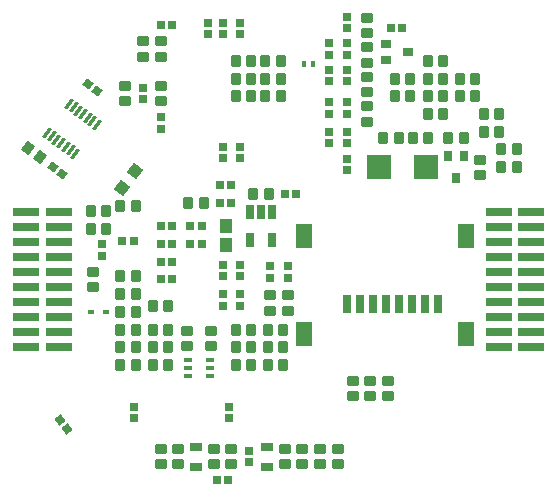
<source format=gbp>
G04*
G04 #@! TF.GenerationSoftware,Altium Limited,Altium Designer,24.4.1 (13)*
G04*
G04 Layer_Color=128*
%FSLAX44Y44*%
%MOMM*%
G71*
G04*
G04 #@! TF.SameCoordinates,36E66750-E4A1-4D4F-82B0-1BBA9B0B1F2C*
G04*
G04*
G04 #@! TF.FilePolarity,Positive*
G04*
G01*
G75*
%ADD24R,0.6725X0.7154*%
%ADD28R,0.7154X0.6725*%
G04:AMPARAMS|DCode=35|XSize=0.95mm|YSize=0.8mm|CornerRadius=0.1mm|HoleSize=0mm|Usage=FLASHONLY|Rotation=90.000|XOffset=0mm|YOffset=0mm|HoleType=Round|Shape=RoundedRectangle|*
%AMROUNDEDRECTD35*
21,1,0.9500,0.6000,0,0,90.0*
21,1,0.7500,0.8000,0,0,90.0*
1,1,0.2000,0.3000,0.3750*
1,1,0.2000,0.3000,-0.3750*
1,1,0.2000,-0.3000,-0.3750*
1,1,0.2000,-0.3000,0.3750*
%
%ADD35ROUNDEDRECTD35*%
G04:AMPARAMS|DCode=37|XSize=0.95mm|YSize=0.8mm|CornerRadius=0.1mm|HoleSize=0mm|Usage=FLASHONLY|Rotation=233.000|XOffset=0mm|YOffset=0mm|HoleType=Round|Shape=RoundedRectangle|*
%AMROUNDEDRECTD37*
21,1,0.9500,0.6000,0,0,233.0*
21,1,0.7500,0.8000,0,0,233.0*
1,1,0.2000,-0.4653,-0.1189*
1,1,0.2000,-0.0139,0.4800*
1,1,0.2000,0.4653,0.1189*
1,1,0.2000,0.0139,-0.4800*
%
%ADD37ROUNDEDRECTD37*%
%ADD85R,1.0000X0.7000*%
G04:AMPARAMS|DCode=86|XSize=0.9779mm|YSize=0.3048mm|CornerRadius=0mm|HoleSize=0mm|Usage=FLASHONLY|Rotation=233.000|XOffset=0mm|YOffset=0mm|HoleType=Round|Shape=Rectangle|*
%AMROTATEDRECTD86*
4,1,4,0.1725,0.4822,0.4160,0.2988,-0.1725,-0.4822,-0.4160,-0.2988,0.1725,0.4822,0.0*
%
%ADD86ROTATEDRECTD86*%

%ADD87R,0.8000X1.5000*%
%ADD88R,1.4500X2.0000*%
G04:AMPARAMS|DCode=89|XSize=0.95mm|YSize=0.8mm|CornerRadius=0.1mm|HoleSize=0mm|Usage=FLASHONLY|Rotation=180.000|XOffset=0mm|YOffset=0mm|HoleType=Round|Shape=RoundedRectangle|*
%AMROUNDEDRECTD89*
21,1,0.9500,0.6000,0,0,180.0*
21,1,0.7500,0.8000,0,0,180.0*
1,1,0.2000,-0.3750,0.3000*
1,1,0.2000,0.3750,0.3000*
1,1,0.2000,0.3750,-0.3000*
1,1,0.2000,-0.3750,-0.3000*
%
%ADD89ROUNDEDRECTD89*%
%ADD90R,2.0000X2.0000*%
%ADD91R,0.7000X0.9000*%
%ADD92R,0.9000X0.7000*%
G04:AMPARAMS|DCode=93|XSize=0.7154mm|YSize=0.6725mm|CornerRadius=0mm|HoleSize=0mm|Usage=FLASHONLY|Rotation=127.000|XOffset=0mm|YOffset=0mm|HoleType=Round|Shape=Rectangle|*
%AMROTATEDRECTD93*
4,1,4,0.4838,-0.0833,-0.0533,-0.4880,-0.4838,0.0833,0.0533,0.4880,0.4838,-0.0833,0.0*
%
%ADD93ROTATEDRECTD93*%

%ADD94R,0.8000X0.4000*%
%ADD95R,0.4000X0.5000*%
%ADD96P,1.4142X4X98.0*%
G04:AMPARAMS|DCode=97|XSize=0.7154mm|YSize=0.6725mm|CornerRadius=0mm|HoleSize=0mm|Usage=FLASHONLY|Rotation=143.000|XOffset=0mm|YOffset=0mm|HoleType=Round|Shape=Rectangle|*
%AMROTATEDRECTD97*
4,1,4,0.4880,0.0533,0.0833,-0.4838,-0.4880,-0.0533,-0.0833,0.4838,0.4880,0.0533,0.0*
%
%ADD97ROTATEDRECTD97*%

%ADD98R,0.7000X1.3000*%
%ADD99R,1.0121X1.2084*%
%ADD100R,0.4800X0.4000*%
%ADD101R,2.2200X0.7400*%
D24*
X-150000Y29786D02*
D03*
Y20214D02*
D03*
X7500Y10994D02*
D03*
Y1423D02*
D03*
X-7500Y10994D02*
D03*
Y1423D02*
D03*
X-115000Y162286D02*
D03*
Y152714D02*
D03*
X57500Y222286D02*
D03*
Y212714D02*
D03*
Y199786D02*
D03*
Y190214D02*
D03*
X42500Y199786D02*
D03*
Y190214D02*
D03*
X57500Y167714D02*
D03*
Y177286D02*
D03*
X42500Y167714D02*
D03*
Y177286D02*
D03*
Y149786D02*
D03*
Y140214D02*
D03*
X57500Y149786D02*
D03*
Y140214D02*
D03*
X42500Y124786D02*
D03*
Y115214D02*
D03*
X57500Y124786D02*
D03*
Y115214D02*
D03*
Y102286D02*
D03*
Y92714D02*
D03*
X-60000Y217286D02*
D03*
Y207714D02*
D03*
X-47500Y217286D02*
D03*
Y207714D02*
D03*
X-32500Y217286D02*
D03*
Y207714D02*
D03*
X-47500Y112286D02*
D03*
Y102714D02*
D03*
X-32496Y112283D02*
D03*
Y102711D02*
D03*
X-100000Y127714D02*
D03*
Y137286D02*
D03*
X-32500Y2714D02*
D03*
Y12286D02*
D03*
X-47500Y2714D02*
D03*
Y12286D02*
D03*
Y-12714D02*
D03*
Y-22286D02*
D03*
X-32500Y-12714D02*
D03*
Y-22286D02*
D03*
X-25000Y-145214D02*
D03*
Y-154786D02*
D03*
X-42500Y-107714D02*
D03*
Y-117286D02*
D03*
X-122500Y-107714D02*
D03*
Y-117286D02*
D03*
D28*
X-132286Y32500D02*
D03*
X-122714D02*
D03*
X95214Y212500D02*
D03*
X104786D02*
D03*
X-99786Y215000D02*
D03*
X-90214D02*
D03*
X-49786Y80000D02*
D03*
X-40214D02*
D03*
X5214Y72500D02*
D03*
X14786D02*
D03*
X-40214Y65000D02*
D03*
X-49786D02*
D03*
X-99786Y15000D02*
D03*
X-90214D02*
D03*
X-99786Y0D02*
D03*
X-90214D02*
D03*
X-90214Y45000D02*
D03*
X-99786D02*
D03*
X-90214Y30000D02*
D03*
X-99786D02*
D03*
X-74786D02*
D03*
X-65214D02*
D03*
X-74786Y45000D02*
D03*
X-65214D02*
D03*
X-42714Y-170000D02*
D03*
X-52286D02*
D03*
D35*
X-106500Y-22500D02*
D03*
X-93500D02*
D03*
X-159000Y42500D02*
D03*
X-146000D02*
D03*
X126000Y185000D02*
D03*
X139000D02*
D03*
X-121000Y62500D02*
D03*
X-134000D02*
D03*
X98500Y155000D02*
D03*
X111500D02*
D03*
X-146000Y57500D02*
D03*
X-159000D02*
D03*
X-63500Y65000D02*
D03*
X-76500D02*
D03*
X1500Y155000D02*
D03*
X-11500D02*
D03*
X-36500D02*
D03*
X-23500D02*
D03*
X-36500Y185000D02*
D03*
X-23500D02*
D03*
X-36500Y170000D02*
D03*
X-23500D02*
D03*
X1500Y185000D02*
D03*
X-11500D02*
D03*
X1500Y170000D02*
D03*
X-11500D02*
D03*
X-9000Y-72500D02*
D03*
X4000D02*
D03*
X4000Y-57500D02*
D03*
X-9000D02*
D03*
X126000Y155000D02*
D03*
X139000D02*
D03*
X139000Y140000D02*
D03*
X126000D02*
D03*
X126500Y120000D02*
D03*
X113500D02*
D03*
X101500D02*
D03*
X88500D02*
D03*
X143500D02*
D03*
X156500D02*
D03*
X98500Y170000D02*
D03*
X111500D02*
D03*
X-23500Y-42500D02*
D03*
X-36500D02*
D03*
X-106500D02*
D03*
X-93500D02*
D03*
X139000Y170000D02*
D03*
X126000D02*
D03*
X166500D02*
D03*
X153500D02*
D03*
X166500Y155000D02*
D03*
X153500D02*
D03*
X186500Y140000D02*
D03*
X173500D02*
D03*
X201500Y95000D02*
D03*
X188500D02*
D03*
X186500Y125000D02*
D03*
X173500D02*
D03*
X201500Y110000D02*
D03*
X188500D02*
D03*
X4000Y-42500D02*
D03*
X-9000D02*
D03*
X-106500Y-57500D02*
D03*
X-93500D02*
D03*
X-23500Y-57500D02*
D03*
X-36500D02*
D03*
X-23500Y-72500D02*
D03*
X-36500D02*
D03*
X-93500D02*
D03*
X-106500D02*
D03*
X-134000D02*
D03*
X-121000D02*
D03*
X-21500Y72500D02*
D03*
X-8500D02*
D03*
X-134000Y-42500D02*
D03*
X-121000D02*
D03*
X-121000Y-57500D02*
D03*
X-134000D02*
D03*
X-121000Y-27500D02*
D03*
X-134000D02*
D03*
X-134000Y2500D02*
D03*
X-121000D02*
D03*
X-134000Y-12500D02*
D03*
X-121000D02*
D03*
D37*
X-212691Y111412D02*
D03*
X-202309Y103588D02*
D03*
D85*
X-70000Y-141500D02*
D03*
Y-158500D02*
D03*
X-10000D02*
D03*
Y-141500D02*
D03*
D86*
X-177696Y148853D02*
D03*
X-173702Y145843D02*
D03*
X-169708Y142833D02*
D03*
X-165714Y139823D02*
D03*
X-161719Y136813D02*
D03*
X-157725Y133804D02*
D03*
X-153731Y130794D02*
D03*
X-172304Y106147D02*
D03*
X-176298Y109157D02*
D03*
X-180292Y112167D02*
D03*
X-184286Y115177D02*
D03*
X-188281Y118187D02*
D03*
X-192275Y121196D02*
D03*
X-196269Y124206D02*
D03*
D87*
X134950Y-20500D02*
D03*
X123950D02*
D03*
X112950D02*
D03*
X101950D02*
D03*
X90950D02*
D03*
X79950D02*
D03*
X68950D02*
D03*
X57950D02*
D03*
D88*
X21250Y-46500D02*
D03*
X158750D02*
D03*
X21250Y36500D02*
D03*
X158750D02*
D03*
D89*
X92500Y-86000D02*
D03*
Y-99000D02*
D03*
X77500Y-99000D02*
D03*
Y-86000D02*
D03*
X75000Y133500D02*
D03*
Y146500D02*
D03*
Y158500D02*
D03*
Y171500D02*
D03*
X7500Y-26500D02*
D03*
Y-13500D02*
D03*
X-7500Y-13500D02*
D03*
Y-26500D02*
D03*
X170000Y88500D02*
D03*
Y101500D02*
D03*
X75000Y196500D02*
D03*
Y183500D02*
D03*
Y208500D02*
D03*
Y221500D02*
D03*
X-100000Y151000D02*
D03*
Y164000D02*
D03*
X-130000Y164000D02*
D03*
Y151000D02*
D03*
X-115000Y201500D02*
D03*
Y188500D02*
D03*
X-100000Y201500D02*
D03*
Y188500D02*
D03*
Y-143500D02*
D03*
Y-156500D02*
D03*
X-57500Y-56500D02*
D03*
Y-43500D02*
D03*
X-77500Y-56500D02*
D03*
Y-43500D02*
D03*
X35000Y-156500D02*
D03*
Y-143500D02*
D03*
X-85000Y-156500D02*
D03*
Y-143500D02*
D03*
X50000Y-143500D02*
D03*
Y-156500D02*
D03*
X-157500Y-6500D02*
D03*
Y6500D02*
D03*
X62500Y-99000D02*
D03*
Y-86000D02*
D03*
X20000Y-156500D02*
D03*
Y-143500D02*
D03*
X5000Y-143500D02*
D03*
Y-156500D02*
D03*
X-40000Y-156500D02*
D03*
Y-143500D02*
D03*
X-55000Y-143500D02*
D03*
Y-156500D02*
D03*
D90*
X125000Y95000D02*
D03*
X85000D02*
D03*
D91*
X143500Y104500D02*
D03*
X156500D02*
D03*
X150000Y85500D02*
D03*
D92*
X90500Y186000D02*
D03*
Y199000D02*
D03*
X109500Y192500D02*
D03*
D93*
X-179620Y-126322D02*
D03*
X-185380Y-118678D02*
D03*
D94*
X-58000Y-68500D02*
D03*
Y-75000D02*
D03*
Y-81500D02*
D03*
X-77000D02*
D03*
Y-75000D02*
D03*
Y-68500D02*
D03*
D95*
X21000Y182500D02*
D03*
X29000D02*
D03*
D96*
X-132916Y77812D02*
D03*
X-122084Y92188D02*
D03*
D97*
X-161322Y165380D02*
D03*
X-153678Y159620D02*
D03*
X-183678Y89620D02*
D03*
X-191322Y95380D02*
D03*
D98*
X-24500Y57000D02*
D03*
X-15000D02*
D03*
X-5500D02*
D03*
Y33000D02*
D03*
X-24500D02*
D03*
D99*
X-45000Y45519D02*
D03*
Y29481D02*
D03*
D100*
X-145900Y-27500D02*
D03*
X-159100D02*
D03*
D101*
X213650Y-57150D02*
D03*
Y-44450D02*
D03*
Y-31750D02*
D03*
Y-19050D02*
D03*
Y-6350D02*
D03*
Y6350D02*
D03*
Y19050D02*
D03*
Y31750D02*
D03*
Y44450D02*
D03*
Y57150D02*
D03*
X186350Y-57150D02*
D03*
Y-44450D02*
D03*
Y-31750D02*
D03*
Y-19050D02*
D03*
Y-6350D02*
D03*
Y6350D02*
D03*
Y19050D02*
D03*
Y31750D02*
D03*
Y44450D02*
D03*
Y57150D02*
D03*
X-186350Y-57150D02*
D03*
Y-44450D02*
D03*
Y-31750D02*
D03*
Y-19050D02*
D03*
Y-6350D02*
D03*
Y6350D02*
D03*
Y19050D02*
D03*
Y31750D02*
D03*
Y44450D02*
D03*
Y57150D02*
D03*
X-213650Y-57150D02*
D03*
Y-44450D02*
D03*
Y-31750D02*
D03*
Y-19050D02*
D03*
Y-6350D02*
D03*
Y6350D02*
D03*
Y19050D02*
D03*
Y31750D02*
D03*
Y44450D02*
D03*
Y57150D02*
D03*
M02*

</source>
